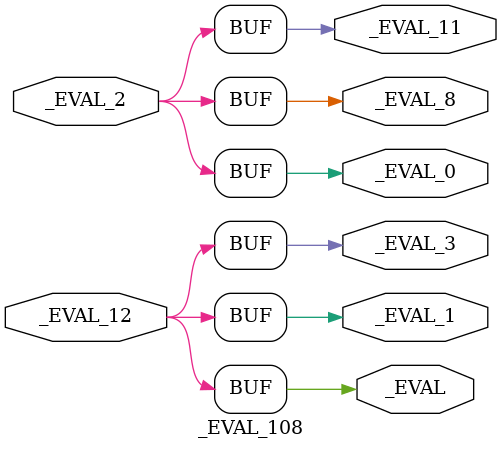
<source format=v>
module _EVAL_108(
  output  _EVAL,
  output  _EVAL_0,
  output  _EVAL_1,
  input   _EVAL_2,
  output  _EVAL_3,
  output  _EVAL_8,
  output  _EVAL_11,
  input   _EVAL_12
);
  assign _EVAL_8 = _EVAL_2;
  assign _EVAL = _EVAL_12;
  assign _EVAL_3 = _EVAL_12;
  assign _EVAL_0 = _EVAL_2;
  assign _EVAL_11 = _EVAL_2;
  assign _EVAL_1 = _EVAL_12;
endmodule

</source>
